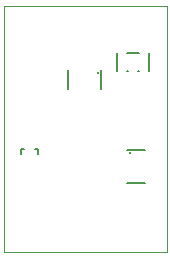
<source format=gto>
G75*
%MOIN*%
%OFA0B0*%
%FSLAX24Y24*%
%IPPOS*%
%LPD*%
%AMOC8*
5,1,8,0,0,1.08239X$1,22.5*
%
%ADD10C,0.0000*%
%ADD11C,0.0060*%
%ADD12C,0.0079*%
%ADD13C,0.0080*%
D10*
X000667Y001133D02*
X000667Y009328D01*
X006084Y009328D01*
X006084Y001133D01*
X000667Y001133D01*
D11*
X004759Y003423D02*
X005374Y003423D01*
X005374Y004544D02*
X004759Y004544D01*
X003902Y006576D02*
X003902Y007191D01*
X004427Y007169D02*
X004444Y007169D01*
X004427Y007169D02*
X004427Y007748D01*
X004444Y007748D01*
X004761Y007748D02*
X005172Y007748D01*
X005490Y007748D02*
X005507Y007748D01*
X005507Y007169D01*
X005490Y007169D01*
X005172Y007169D02*
X005135Y007169D01*
X004798Y007169D02*
X004761Y007169D01*
X002782Y007191D02*
X002782Y006576D01*
D12*
X003794Y007080D03*
X004870Y004436D03*
D13*
X001792Y004399D02*
X001792Y004576D01*
X001694Y004576D01*
X001340Y004576D02*
X001241Y004576D01*
X001241Y004399D01*
M02*

</source>
